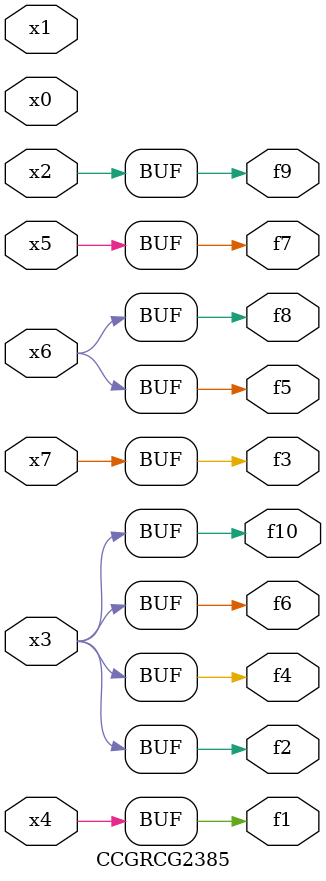
<source format=v>
module CCGRCG2385(
	input x0, x1, x2, x3, x4, x5, x6, x7,
	output f1, f2, f3, f4, f5, f6, f7, f8, f9, f10
);
	assign f1 = x4;
	assign f2 = x3;
	assign f3 = x7;
	assign f4 = x3;
	assign f5 = x6;
	assign f6 = x3;
	assign f7 = x5;
	assign f8 = x6;
	assign f9 = x2;
	assign f10 = x3;
endmodule

</source>
